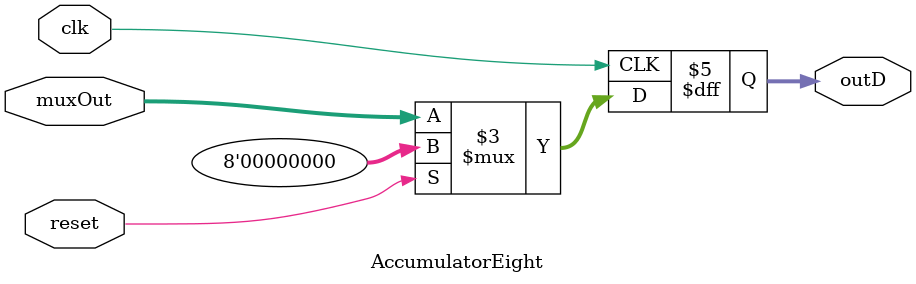
<source format=v>
module AccumulatorEight(outD, muxOut, reset, clk);
output reg [7:0] outD;
input reset;
input clk;
input [7:0] muxOut;

always @(posedge clk) begin
	if(reset)
	begin
		outD = 8'd0;
	end
	else
	begin
		outD = muxOut;
	end
		
end

endmodule

</source>
